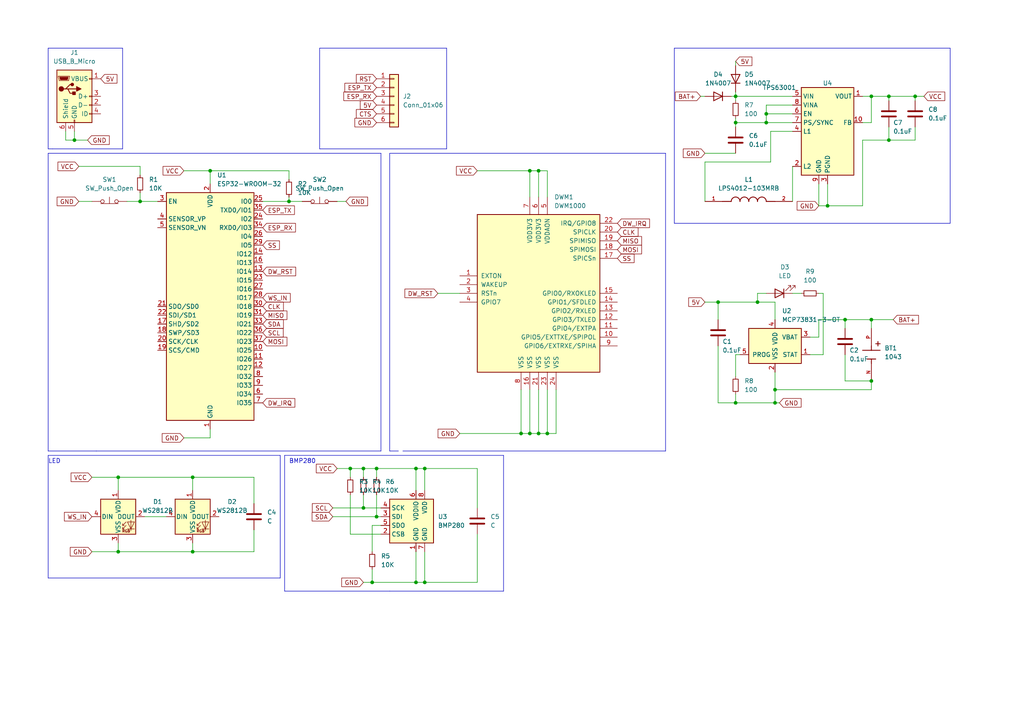
<source format=kicad_sch>
(kicad_sch (version 20230121) (generator eeschema)
  (paper "A4")
  (lib_symbols
    (symbol "18650:1043" (pin_names (offset 1.016))
      (property "Reference" "BT" (at -3.81 3.81 0))
      (property "Value" "1043" (at -3.81 -5.08 0))
      (symbol "1043_0_0"
        (polyline (pts (xy -3.81 1.905) (xy -2.54 1.905)) (stroke (width 0.254)))
        (polyline (pts (xy -3.175 2.54) (xy -3.175 1.27)) (stroke (width 0.254)))
        (polyline (pts (xy -1.27 0) (xy -2.54 0)) (stroke (width 0.254)))
        (polyline (pts (xy -1.27 0) (xy -1.27 -2.54)) (stroke (width 0.254)))
        (polyline (pts (xy -1.27 2.54) (xy -1.27 0)) (stroke (width 0.254)))
        (polyline (pts (xy 1.27 0) (xy 1.27 -1.27)) (stroke (width 0.254)))
        (polyline (pts (xy 1.27 0) (xy 2.54 0)) (stroke (width 0.254)))
        (polyline (pts (xy 1.27 1.27) (xy 1.27 0)) (stroke (width 0.254)))
        (pin passive line (at 7.62 0 180) (length 5.08) (name "~") (number "N"))
        (pin passive line (at -7.62 0 0) (length 5.08) (name "~") (number "P"))
      )
    )
    (symbol "Battery_Management:MCP73831-3-OT" (pin_names (offset 1.016))
      (property "Reference" "U" (at -7.62 6.35 0))
      (property "Value" "MCP73831-3-OT" (at 1.27 6.35 0))
      (symbol "MCP73831-3-OT_0_1"
        (rectangle (start -7.62 5.08) (end 7.62 -5.08) (stroke (width 0.254)) (fill (type background)))
      )
      (symbol "MCP73831-3-OT_1_1"
        (pin output line (at 10.16 -2.54 180) (length 2.54) (name "STAT") (number "1"))
        (pin power_in line (at 0 -7.62 90) (length 2.54) (name "VSS") (number "2"))
        (pin power_out line (at 10.16 2.54 180) (length 2.54) (name "VBAT") (number "3"))
        (pin power_in line (at 0 7.62 270) (length 2.54) (name "VDD") (number "4"))
        (pin input line (at -10.16 -2.54 0) (length 2.54) (name "PROG") (number "5"))
      )
    )
    (symbol "Connector:USB_B_Micro" (pin_names (offset 1.016))
      (property "Reference" "J" (at -5.08 11.43 0))
      (property "Value" "USB_B_Micro" (at -5.08 8.89 0))
      (symbol "USB_B_Micro_0_1"
        (rectangle (start -5.08 -7.62) (end 5.08 7.62) (stroke (width 0.254)) (fill (type background)))
        (circle (center -3.81 2.159) (radius 0.635) (stroke (width 0.254)) (fill (type outline)))
        (circle (center -0.635 3.429) (radius 0.381) (stroke (width 0.254)) (fill (type outline)))
        (rectangle (start -0.127 -7.62) (end 0.127 -6.858))
        (polyline (pts (xy -1.905 2.159) (xy 0.635 2.159)) (stroke (width 0.254)))
        (polyline (pts (xy -3.175 2.159) (xy -2.54 2.159) (xy -1.27 3.429) (xy -0.635 3.429)) (stroke (width 0.254)))
        (polyline (pts (xy -2.54 2.159) (xy -1.905 2.159) (xy -1.27 0.889) (xy 0 0.889)) (stroke (width 0.254)))
        (polyline (pts (xy 0.635 2.794) (xy 0.635 1.524) (xy 1.905 2.159) (xy 0.635 2.794)) (stroke (width 0.254)) (fill (type outline)))
        (polyline (pts (xy -4.318 5.588) (xy -1.778 5.588) (xy -2.032 4.826) (xy -4.064 4.826) (xy -4.318 5.588)) (fill (type outline)))
        (polyline (pts (xy -4.699 5.842) (xy -4.699 5.588) (xy -4.445 4.826) (xy -4.445 4.572) (xy -1.651 4.572) (xy -1.651 4.826) (xy -1.397 5.588) (xy -1.397 5.842) (xy -4.699 5.842)))
        (rectangle (start 0.254 1.27) (end -0.508 0.508) (stroke (width 0.254)) (fill (type outline)))
        (rectangle (start 5.08 -5.207) (end 4.318 -4.953))
        (rectangle (start 5.08 -2.667) (end 4.318 -2.413))
        (rectangle (start 5.08 -0.127) (end 4.318 0.127))
        (rectangle (start 5.08 4.953) (end 4.318 5.207))
      )
      (symbol "USB_B_Micro_1_1"
        (pin power_out line (at 7.62 5.08 180) (length 2.54) (name "VBUS") (number "1"))
        (pin bidirectional line (at 7.62 -2.54 180) (length 2.54) (name "D-") (number "2"))
        (pin bidirectional line (at 7.62 0 180) (length 2.54) (name "D+") (number "3"))
        (pin passive line (at 7.62 -5.08 180) (length 2.54) (name "ID") (number "4"))
        (pin power_out line (at 0 -10.16 90) (length 2.54) (name "GND") (number "5"))
        (pin passive line (at -2.54 -10.16 90) (length 2.54) (name "Shield") (number "6"))
      )
    )
    (symbol "Connector_Generic:Conn_01x06" (pin_names (offset 1.016) hide)
      (property "Reference" "J" (at 0 7.62 0))
      (property "Value" "Conn_01x06" (at 0 -10.16 0))
      (symbol "Conn_01x06_1_1"
        (rectangle (start -1.27 -7.493) (end 0 -7.747) (stroke (width 0.1524)))
        (rectangle (start -1.27 -4.953) (end 0 -5.207) (stroke (width 0.1524)))
        (rectangle (start -1.27 -2.413) (end 0 -2.667) (stroke (width 0.1524)))
        (rectangle (start -1.27 0.127) (end 0 -0.127) (stroke (width 0.1524)))
        (rectangle (start -1.27 2.667) (end 0 2.413) (stroke (width 0.1524)))
        (rectangle (start -1.27 5.207) (end 0 4.953) (stroke (width 0.1524)))
        (rectangle (start -1.27 6.35) (end 1.27 -8.89) (stroke (width 0.254)) (fill (type background)))
        (pin passive line (at -5.08 5.08 0) (length 3.81) (name "Pin_1") (number "1"))
        (pin passive line (at -5.08 2.54 0) (length 3.81) (name "Pin_2") (number "2"))
        (pin passive line (at -5.08 0 0) (length 3.81) (name "Pin_3") (number "3"))
        (pin passive line (at -5.08 -2.54 0) (length 3.81) (name "Pin_4") (number "4"))
        (pin passive line (at -5.08 -5.08 0) (length 3.81) (name "Pin_5") (number "5"))
        (pin passive line (at -5.08 -7.62 0) (length 3.81) (name "Pin_6") (number "6"))
      )
    )
    (symbol "Device:C" (pin_numbers hide) (pin_names (offset 0.254))
      (property "Reference" "C" (at 0.635 2.54 0))
      (property "Value" "C" (at 0.635 -2.54 0))
      (symbol "C_0_1"
        (polyline (pts (xy -2.032 -0.762) (xy 2.032 -0.762)) (stroke (width 0.508)))
        (polyline (pts (xy -2.032 0.762) (xy 2.032 0.762)) (stroke (width 0.508)))
      )
      (symbol "C_1_1"
        (pin passive line (at 0 3.81 270) (length 2.794) (name "~") (number "1"))
        (pin passive line (at 0 -3.81 90) (length 2.794) (name "~") (number "2"))
      )
    )
    (symbol "Device:LED" (pin_numbers hide) (pin_names (offset 1.016) hide)
      (property "Reference" "D" (at 0 2.54 0))
      (property "Value" "LED" (at 0 -2.54 0))
      (symbol "LED_0_1"
        (polyline (pts (xy -1.27 -1.27) (xy -1.27 1.27)) (stroke (width 0.254)))
        (polyline (pts (xy -1.27 0) (xy 1.27 0)))
        (polyline (pts (xy 1.27 -1.27) (xy 1.27 1.27) (xy -1.27 0) (xy 1.27 -1.27)) (stroke (width 0.254)))
        (polyline (pts (xy -3.048 -0.762) (xy -4.572 -2.286) (xy -3.81 -2.286) (xy -4.572 -2.286) (xy -4.572 -1.524)))
        (polyline (pts (xy -1.778 -0.762) (xy -3.302 -2.286) (xy -2.54 -2.286) (xy -3.302 -2.286) (xy -3.302 -1.524)))
      )
      (symbol "LED_1_1"
        (pin passive line (at -3.81 0 0) (length 2.54) (name "K") (number "1"))
        (pin passive line (at 3.81 0 180) (length 2.54) (name "A") (number "2"))
      )
    )
    (symbol "Device:R_Small" (pin_numbers hide) (pin_names (offset 0.254) hide)
      (property "Reference" "R" (at 0.762 0.508 0))
      (property "Value" "R_Small" (at 0.762 -1.016 0))
      (symbol "R_Small_0_1"
        (rectangle (start -0.762 1.778) (end 0.762 -1.778) (stroke (width 0.2032)))
      )
      (symbol "R_Small_1_1"
        (pin passive line (at 0 2.54 270) (length 0.762) (name "~") (number "1"))
        (pin passive line (at 0 -2.54 90) (length 0.762) (name "~") (number "2"))
      )
    )
    (symbol "Diode:1N4007" (pin_numbers hide) (pin_names (offset 1.016) hide)
      (property "Reference" "D" (at 0 2.54 0))
      (property "Value" "1N4007" (at 0 -2.54 0))
      (symbol "1N4007_0_1"
        (polyline (pts (xy -1.27 1.27) (xy -1.27 -1.27)) (stroke (width 0.254)))
        (polyline (pts (xy 1.27 0) (xy -1.27 0)))
        (polyline (pts (xy 1.27 1.27) (xy 1.27 -1.27) (xy -1.27 0) (xy 1.27 1.27)) (stroke (width 0.254)))
      )
      (symbol "1N4007_1_1"
        (pin passive line (at -3.81 0 0) (length 2.54) (name "K") (number "1"))
        (pin passive line (at 3.81 0 180) (length 2.54) (name "A") (number "2"))
      )
    )
    (symbol "LED:WS2812B" (pin_names (offset 0.254))
      (property "Reference" "D" (at 5.08 5.715 0))
      (property "Value" "WS2812B" (at 1.27 -5.715 0))
      (symbol "WS2812B_0_0"
        (text "RGB" (at 2.286 -4.191 0) (effects (font (size 0.762 0.762))))
      )
      (symbol "WS2812B_0_1"
        (polyline (pts (xy 1.27 -3.556) (xy 1.778 -3.556)))
        (polyline (pts (xy 1.27 -2.54) (xy 1.778 -2.54)))
        (polyline (pts (xy 4.699 -3.556) (xy 2.667 -3.556)))
        (polyline (pts (xy 2.286 -2.54) (xy 1.27 -3.556) (xy 1.27 -3.048)))
        (polyline (pts (xy 2.286 -1.524) (xy 1.27 -2.54) (xy 1.27 -2.032)))
        (polyline (pts (xy 3.683 -1.016) (xy 3.683 -3.556) (xy 3.683 -4.064)))
        (polyline (pts (xy 4.699 -1.524) (xy 2.667 -1.524) (xy 3.683 -3.556) (xy 4.699 -1.524)))
        (rectangle (start 5.08 5.08) (end -5.08 -5.08) (stroke (width 0.254)) (fill (type background)))
      )
      (symbol "WS2812B_1_1"
        (pin power_in line (at 0 7.62 270) (length 2.54) (name "VDD") (number "1"))
        (pin output line (at 7.62 0 180) (length 2.54) (name "DOUT") (number "2"))
        (pin power_in line (at 0 -7.62 90) (length 2.54) (name "VSS") (number "3"))
        (pin input line (at -7.62 0 0) (length 2.54) (name "DIN") (number "4"))
      )
    )
    (symbol "LPS4012:LPS4012-103MRB" (pin_names (offset 1.016))
      (property "Reference" "L" (at -10.16 7.62 0))
      (property "Value" "LPS4012-103MRB" (at -10.16 5.08 0))
      (symbol "LPS4012-103MRB_0_0"
        (arc (start -2.54 0) (mid -3.81 1.2645) (end -5.08 0) (stroke (width 0.254)))
        (arc (start 0 0) (mid -1.27 1.2645) (end -2.54 0) (stroke (width 0.254)))
        (polyline (pts (xy -5.08 0) (xy -7.62 0)) (stroke (width 0.254)))
        (polyline (pts (xy 5.08 0) (xy 7.62 0)) (stroke (width 0.254)))
        (arc (start 2.54 0) (mid 1.27 1.2645) (end 0 0) (stroke (width 0.254)))
        (arc (start 5.08 0) (mid 3.81 1.2645) (end 2.54 0) (stroke (width 0.254)))
        (pin passive line (at -12.7 0 0) (length 5.08) (name "~") (number "1"))
        (pin passive line (at 12.7 0 180) (length 5.08) (name "~") (number "2"))
      )
    )
    (symbol "RF_Module:DWM1000" (pin_names (offset 1.016))
      (property "Reference" "DWM" (at 7.62 25.4 0))
      (property "Value" "DWM1000" (at 1.27 3.81 0))
      (symbol "DWM1000_0_1"
        (rectangle (start 17.78 22.86) (end -17.78 -22.86) (stroke (width 0.254)) (fill (type background)))
      )
      (symbol "DWM1000_1_1"
        (pin output line (at -22.86 5.08 0) (length 5.08) (name "EXTON") (number "1"))
        (pin bidirectional line (at 22.86 -12.7 180) (length 5.08) (name "GPIO5/EXTTXE/SPIPOL") (number "10"))
        (pin bidirectional line (at 22.86 -10.16 180) (length 5.08) (name "GPIO4/EXTPA") (number "11"))
        (pin bidirectional line (at 22.86 -7.62 180) (length 5.08) (name "GPIO3/TXLED") (number "12"))
        (pin bidirectional line (at 22.86 -5.08 180) (length 5.08) (name "GPIO2/RXLED") (number "13"))
        (pin bidirectional line (at 22.86 -2.54 180) (length 5.08) (name "GPIO1/SFDLED") (number "14"))
        (pin bidirectional line (at 22.86 0 180) (length 5.08) (name "GPIO0/RXOKLED") (number "15"))
        (pin power_in line (at -2.54 -27.94 90) (length 5.08) (name "VSS") (number "16"))
        (pin input line (at 22.86 10.16 180) (length 5.08) (name "SPICSn") (number "17"))
        (pin input line (at 22.86 12.7 180) (length 5.08) (name "SPIMOSI") (number "18"))
        (pin output line (at 22.86 15.24 180) (length 5.08) (name "SPIMISO") (number "19"))
        (pin bidirectional line (at -22.86 2.54 0) (length 5.08) (name "WAKEUP") (number "2"))
        (pin input line (at 22.86 17.78 180) (length 5.08) (name "SPICLK") (number "20"))
        (pin power_in line (at 0 -27.94 90) (length 5.08) (name "VSS") (number "21"))
        (pin bidirectional line (at 22.86 20.32 180) (length 5.08) (name "IRQ/GPIO8") (number "22"))
        (pin power_in line (at 2.54 -27.94 90) (length 5.08) (name "VSS") (number "23"))
        (pin power_in line (at 5.08 -27.94 90) (length 5.08) (name "VSS") (number "24"))
        (pin bidirectional line (at -22.86 0 0) (length 5.08) (name "RSTn") (number "3"))
        (pin bidirectional line (at -22.86 -2.54 0) (length 5.08) (name "GPIO7") (number "4"))
        (pin power_in line (at 2.54 27.94 270) (length 5.08) (name "VDDAON") (number "5"))
        (pin power_in line (at 0 27.94 270) (length 5.08) (name "VDD3V3") (number "6"))
        (pin power_in line (at -2.54 27.94 270) (length 5.08) (name "VDD3V3") (number "7"))
        (pin power_in line (at -5.08 -27.94 90) (length 5.08) (name "VSS") (number "8"))
        (pin bidirectional line (at 22.86 -15.24 180) (length 5.08) (name "GPIO6/EXTRXE/SPIHA") (number "9"))
      )
    )
    (symbol "RF_Module:ESP32-WROOM-32"
      (property "Reference" "U" (at -12.7 34.29 0))
      (property "Value" "ESP32-WROOM-32" (at 1.27 34.29 0))
      (symbol "ESP32-WROOM-32_0_1"
        (rectangle (start -12.7 33.02) (end 12.7 -33.02) (stroke (width 0.254)) (fill (type background)))
      )
      (symbol "ESP32-WROOM-32_1_1"
        (pin power_in line (at 0 -35.56 90) (length 2.54) (name "GND") (number "1"))
        (pin bidirectional line (at 15.24 -12.7 180) (length 2.54) (name "IO25") (number "10"))
        (pin bidirectional line (at 15.24 -15.24 180) (length 2.54) (name "IO26") (number "11"))
        (pin bidirectional line (at 15.24 -17.78 180) (length 2.54) (name "IO27") (number "12"))
        (pin bidirectional line (at 15.24 10.16 180) (length 2.54) (name "IO14") (number "13"))
        (pin bidirectional line (at 15.24 15.24 180) (length 2.54) (name "IO12") (number "14"))
        (pin passive line (at 0 -35.56 90) (length 2.54) hide (name "GND") (number "15"))
        (pin bidirectional line (at 15.24 12.7 180) (length 2.54) (name "IO13") (number "16"))
        (pin bidirectional line (at -15.24 -5.08 0) (length 2.54) (name "SHD/SD2") (number "17"))
        (pin bidirectional line (at -15.24 -7.62 0) (length 2.54) (name "SWP/SD3") (number "18"))
        (pin bidirectional line (at -15.24 -12.7 0) (length 2.54) (name "SCS/CMD") (number "19"))
        (pin power_in line (at 0 35.56 270) (length 2.54) (name "VDD") (number "2"))
        (pin bidirectional line (at -15.24 -10.16 0) (length 2.54) (name "SCK/CLK") (number "20"))
        (pin bidirectional line (at -15.24 0 0) (length 2.54) (name "SDO/SD0") (number "21"))
        (pin bidirectional line (at -15.24 -2.54 0) (length 2.54) (name "SDI/SD1") (number "22"))
        (pin bidirectional line (at 15.24 7.62 180) (length 2.54) (name "IO15") (number "23"))
        (pin bidirectional line (at 15.24 25.4 180) (length 2.54) (name "IO2") (number "24"))
        (pin bidirectional line (at 15.24 30.48 180) (length 2.54) (name "IO0") (number "25"))
        (pin bidirectional line (at 15.24 20.32 180) (length 2.54) (name "IO4") (number "26"))
        (pin bidirectional line (at 15.24 5.08 180) (length 2.54) (name "IO16") (number "27"))
        (pin bidirectional line (at 15.24 2.54 180) (length 2.54) (name "IO17") (number "28"))
        (pin bidirectional line (at 15.24 17.78 180) (length 2.54) (name "IO5") (number "29"))
        (pin input line (at -15.24 30.48 0) (length 2.54) (name "EN") (number "3"))
        (pin bidirectional line (at 15.24 0 180) (length 2.54) (name "IO18") (number "30"))
        (pin bidirectional line (at 15.24 -2.54 180) (length 2.54) (name "IO19") (number "31"))
        (pin no_connect line (at -12.7 -27.94 0) (length 2.54) hide (name "NC") (number "32"))
        (pin bidirectional line (at 15.24 -5.08 180) (length 2.54) (name "IO21") (number "33"))
        (pin bidirectional line (at 15.24 22.86 180) (length 2.54) (name "RXD0/IO3") (number "34"))
        (pin bidirectional line (at 15.24 27.94 180) (length 2.54) (name "TXD0/IO1") (number "35"))
        (pin bidirectional line (at 15.24 -7.62 180) (length 2.54) (name "IO22") (number "36"))
        (pin bidirectional line (at 15.24 -10.16 180) (length 2.54) (name "IO23") (number "37"))
        (pin passive line (at 0 -35.56 90) (length 2.54) hide (name "GND") (number "38"))
        (pin passive line (at 0 -35.56 90) (length 2.54) hide (name "GND") (number "39"))
        (pin input line (at -15.24 25.4 0) (length 2.54) (name "SENSOR_VP") (number "4"))
        (pin input line (at -15.24 22.86 0) (length 2.54) (name "SENSOR_VN") (number "5"))
        (pin input line (at 15.24 -25.4 180) (length 2.54) (name "IO34") (number "6"))
        (pin input line (at 15.24 -27.94 180) (length 2.54) (name "IO35") (number "7"))
        (pin bidirectional line (at 15.24 -20.32 180) (length 2.54) (name "IO32") (number "8"))
        (pin bidirectional line (at 15.24 -22.86 180) (length 2.54) (name "IO33") (number "9"))
      )
    )
    (symbol "Regulator_Switching:TPS63000"
      (property "Reference" "U" (at -7.62 13.97 0))
      (property "Value" "TPS63000" (at 5.08 13.97 0))
      (symbol "TPS63000_0_1"
        (rectangle (start -7.62 12.7) (end 7.62 -12.7) (stroke (width 0.254)) (fill (type background)))
      )
      (symbol "TPS63000_1_1"
        (pin power_out line (at 10.16 10.16 180) (length 2.54) (name "VOUT") (number "1"))
        (pin input line (at 10.16 2.54 180) (length 2.54) (name "FB") (number "10"))
        (pin passive line (at 0 -15.24 90) (length 2.54) hide (name "PGND") (number "11"))
        (pin input line (at -10.16 -10.16 0) (length 2.54) (name "L2") (number "2"))
        (pin power_in line (at 0 -15.24 90) (length 2.54) (name "PGND") (number "3"))
        (pin input line (at -10.16 0 0) (length 2.54) (name "L1") (number "4"))
        (pin power_in line (at -10.16 10.16 0) (length 2.54) (name "VIN") (number "5"))
        (pin input line (at -10.16 5.08 0) (length 2.54) (name "EN") (number "6"))
        (pin input line (at -10.16 2.54 0) (length 2.54) (name "PS/SYNC") (number "7"))
        (pin power_in line (at -10.16 7.62 0) (length 2.54) (name "VINA") (number "8"))
        (pin power_in line (at -2.54 -15.24 90) (length 2.54) (name "GND") (number "9"))
      )
    )
    (symbol "Sensor_Pressure:BMP280"
      (property "Reference" "U" (at -7.62 10.16 0))
      (property "Value" "BMP280" (at 5.08 10.16 0))
      (symbol "BMP280_0_1"
        (rectangle (start -7.62 -5.08) (end 5.08 7.62) (stroke (width 0.254)) (fill (type background)))
      )
      (symbol "BMP280_1_1"
        (pin power_in line (at 0 -7.62 90) (length 2.54) (name "GND") (number "1"))
        (pin input line (at -10.16 -2.54 0) (length 2.54) (name "CSB") (number "2"))
        (pin bidirectional line (at -10.16 2.54 0) (length 2.54) (name "SDI") (number "3"))
        (pin input line (at -10.16 5.08 0) (length 2.54) (name "SCK") (number "4"))
        (pin bidirectional line (at -10.16 0 0) (length 2.54) (name "SDO") (number "5"))
        (pin power_in line (at 0 10.16 270) (length 2.54) (name "VDDIO") (number "6"))
        (pin power_in line (at 2.54 -7.62 90) (length 2.54) (name "GND") (number "7"))
        (pin power_in line (at 2.54 10.16 270) (length 2.54) (name "VDD") (number "8"))
      )
    )
    (symbol "Switch:SW_Push_Open" (pin_numbers hide) (pin_names (offset 1.016) hide)
      (property "Reference" "SW" (at 0 2.54 0))
      (property "Value" "SW_Push_Open" (at 0 -1.905 0))
      (symbol "SW_Push_Open_0_1"
        (circle (center -2.032 0) (radius 0.508))
        (polyline (pts (xy -2.54 -0.635) (xy 2.54 -0.635)))
        (polyline (pts (xy 0 -0.635) (xy 0 1.27)))
        (circle (center 2.032 0) (radius 0.508))
        (pin passive line (at -5.08 0 0) (length 2.54) (name "A") (number "1"))
      )
      (symbol "SW_Push_Open_1_1"
        (pin passive line (at 5.08 0 180) (length 2.54) (name "B") (number "2"))
      )
    )
  )
  (junction (at 123.19 135.89))
  (junction (at 257.81 27.94))
  (junction (at 101.6 135.89))
  (junction (at 252.73 27.94))
  (junction (at 156.21 125.73))
  (junction (at 120.65 135.89))
  (junction (at 55.88 160.02))
  (junction (at 151.13 125.73))
  (junction (at 240.03 59.69))
  (junction (at 213.36 116.84))
  (junction (at 120.65 168.91))
  (junction (at 153.67 125.73))
  (junction (at 107.95 168.91))
  (junction (at 219.71 87.63))
  (junction (at 252.73 110.49))
  (junction (at 208.28 87.63))
  (junction (at 252.73 92.71))
  (junction (at 83.82 58.42))
  (junction (at 213.36 35.56))
  (junction (at 224.79 113.03))
  (junction (at 224.79 116.84))
  (junction (at 257.81 40.64))
  (junction (at 156.21 49.53))
  (junction (at 153.67 49.53))
  (junction (at 60.96 49.53))
  (junction (at 40.64 58.42))
  (junction (at 55.88 138.43))
  (junction (at 34.29 160.02))
  (junction (at 265.43 27.94))
  (junction (at 245.11 92.71))
  (junction (at 109.22 135.89))
  (junction (at 222.25 33.02))
  (junction (at 105.41 135.89))
  (junction (at 213.36 27.94))
  (junction (at 109.22 149.86))
  (junction (at 21.59 40.64))
  (junction (at 158.75 125.73))
  (junction (at 34.29 138.43))
  (junction (at 105.41 147.32))
  (junction (at 123.19 168.91))
  (junction (at 222.25 35.56))
  (wire (pts (xy 208.28 116.84) (xy 208.28 100.33)))
  (polyline (pts (xy 13.97 44.45) (xy 13.97 130.81)))
  (wire (pts (xy 213.36 44.45) (xy 204.47 44.45)))
  (wire (pts (xy 213.36 26.67) (xy 213.36 27.94)))
  (polyline (pts (xy 13.97 132.08) (xy 81.28 132.08)))
  (wire (pts (xy 252.73 35.56) (xy 252.73 27.94)))
  (wire (pts (xy 73.66 153.67) (xy 73.66 160.02)))
  (wire (pts (xy 257.81 27.94) (xy 257.81 29.21)))
  (wire (pts (xy 238.76 85.09) (xy 238.76 102.87)))
  (wire (pts (xy 204.47 58.42) (xy 204.47 46.99)))
  (wire (pts (xy 213.36 35.56) (xy 213.36 36.83)))
  (wire (pts (xy 101.6 135.89) (xy 101.6 138.43)))
  (wire (pts (xy 226.06 116.84) (xy 224.79 116.84)))
  (wire (pts (xy 240.03 59.69) (xy 237.49 59.69)))
  (wire (pts (xy 158.75 57.15) (xy 158.75 49.53)))
  (wire (pts (xy 101.6 135.89) (xy 105.41 135.89)))
  (wire (pts (xy 40.64 55.88) (xy 40.64 58.42)))
  (polyline (pts (xy 275.59 13.97) (xy 275.59 64.77)))
  (wire (pts (xy 60.96 49.53) (xy 83.82 49.53)))
  (wire (pts (xy 34.29 138.43) (xy 26.67 138.43)))
  (wire (pts (xy 36.83 58.42) (xy 40.64 58.42)))
  (wire (pts (xy 34.29 160.02) (xy 26.67 160.02)))
  (polyline (pts (xy 113.03 171.45) (xy 146.05 171.45)))
  (wire (pts (xy 213.36 109.22) (xy 213.36 102.87)))
  (wire (pts (xy 223.52 46.99) (xy 223.52 38.1)))
  (wire (pts (xy 222.25 33.02) (xy 229.87 33.02)))
  (polyline (pts (xy 13.97 167.64) (xy 13.97 132.08)))
  (wire (pts (xy 109.22 135.89) (xy 120.65 135.89)))
  (wire (pts (xy 55.88 160.02) (xy 34.29 160.02)))
  (wire (pts (xy 123.19 168.91) (xy 120.65 168.91)))
  (polyline (pts (xy 27.94 130.81) (xy 110.49 130.81)))
  (wire (pts (xy 222.25 33.02) (xy 222.25 30.48)))
  (wire (pts (xy 212.09 27.94) (xy 213.36 27.94)))
  (wire (pts (xy 120.65 135.89) (xy 123.19 135.89)))
  (wire (pts (xy 257.81 36.83) (xy 257.81 40.64)))
  (wire (pts (xy 123.19 142.24) (xy 123.19 135.89)))
  (wire (pts (xy 73.66 138.43) (xy 55.88 138.43)))
  (wire (pts (xy 21.59 40.64) (xy 25.4 40.64)))
  (polyline (pts (xy 92.71 43.18) (xy 129.54 43.18)))
  (wire (pts (xy 34.29 142.24) (xy 34.29 138.43)))
  (wire (pts (xy 208.28 87.63) (xy 219.71 87.63)))
  (wire (pts (xy 252.73 92.71) (xy 259.08 92.71)))
  (polyline (pts (xy 13.97 13.97) (xy 13.97 43.18)))
  (wire (pts (xy 105.41 168.91) (xy 107.95 168.91)))
  (wire (pts (xy 224.79 113.03) (xy 224.79 107.95)))
  (polyline (pts (xy 92.71 13.97) (xy 129.54 13.97)))
  (wire (pts (xy 138.43 147.32) (xy 138.43 135.89)))
  (wire (pts (xy 237.49 53.34) (xy 237.49 59.69)))
  (polyline (pts (xy 81.28 167.64) (xy 13.97 167.64)))
  (wire (pts (xy 19.05 40.64) (xy 21.59 40.64)))
  (wire (pts (xy 222.25 35.56) (xy 229.87 35.56)))
  (wire (pts (xy 34.29 157.48) (xy 34.29 160.02)))
  (wire (pts (xy 245.11 92.71) (xy 245.11 95.25)))
  (wire (pts (xy 237.49 85.09) (xy 238.76 85.09)))
  (wire (pts (xy 213.36 34.29) (xy 213.36 35.56)))
  (wire (pts (xy 153.67 113.03) (xy 153.67 125.73)))
  (wire (pts (xy 105.41 135.89) (xy 105.41 138.43)))
  (wire (pts (xy 265.43 27.94) (xy 265.43 29.21)))
  (wire (pts (xy 53.34 127) (xy 60.96 127)))
  (wire (pts (xy 238.76 102.87) (xy 234.95 102.87)))
  (wire (pts (xy 110.49 154.94) (xy 101.6 154.94)))
  (polyline (pts (xy 195.58 64.77) (xy 195.58 13.97)))
  (wire (pts (xy 257.81 27.94) (xy 265.43 27.94)))
  (wire (pts (xy 120.65 160.02) (xy 120.65 168.91)))
  (wire (pts (xy 151.13 113.03) (xy 151.13 125.73)))
  (wire (pts (xy 229.87 48.26) (xy 229.87 58.42)))
  (wire (pts (xy 204.47 46.99) (xy 223.52 46.99)))
  (wire (pts (xy 96.52 149.86) (xy 109.22 149.86)))
  (wire (pts (xy 22.86 48.26) (xy 40.64 48.26)))
  (wire (pts (xy 204.47 87.63) (xy 208.28 87.63)))
  (wire (pts (xy 153.67 49.53) (xy 156.21 49.53)))
  (wire (pts (xy 83.82 49.53) (xy 83.82 52.07)))
  (polyline (pts (xy 110.49 44.45) (xy 13.97 44.45)))
  (wire (pts (xy 208.28 92.71) (xy 208.28 87.63)))
  (wire (pts (xy 213.36 116.84) (xy 208.28 116.84)))
  (wire (pts (xy 96.52 147.32) (xy 105.41 147.32)))
  (wire (pts (xy 107.95 152.4) (xy 107.95 160.02)))
  (wire (pts (xy 252.73 27.94) (xy 257.81 27.94)))
  (wire (pts (xy 257.81 40.64) (xy 250.19 40.64)))
  (wire (pts (xy 224.79 87.63) (xy 224.79 92.71)))
  (wire (pts (xy 222.25 85.09) (xy 219.71 85.09)))
  (wire (pts (xy 250.19 35.56) (xy 252.73 35.56)))
  (wire (pts (xy 110.49 152.4) (xy 107.95 152.4)))
  (polyline (pts (xy 82.55 171.45) (xy 113.03 171.45)))
  (polyline (pts (xy 110.49 130.81) (xy 110.49 44.45)))
  (wire (pts (xy 222.25 30.48) (xy 229.87 30.48)))
  (wire (pts (xy 223.52 38.1) (xy 229.87 38.1)))
  (wire (pts (xy 219.71 87.63) (xy 224.79 87.63)))
  (polyline (pts (xy 35.56 43.18) (xy 35.56 13.97)))
  (wire (pts (xy 153.67 125.73) (xy 156.21 125.73)))
  (wire (pts (xy 158.75 113.03) (xy 158.75 125.73)))
  (wire (pts (xy 237.49 92.71) (xy 245.11 92.71)))
  (polyline (pts (xy 35.56 13.97) (xy 13.97 13.97)))
  (polyline (pts (xy 113.03 44.45) (xy 113.03 130.81)))
  (polyline (pts (xy 146.05 132.08) (xy 82.55 132.08)))
  (wire (pts (xy 123.19 160.02) (xy 123.19 168.91)))
  (wire (pts (xy 127 85.09) (xy 133.35 85.09)))
  (wire (pts (xy 237.49 97.79) (xy 237.49 92.71)))
  (wire (pts (xy 21.59 38.1) (xy 21.59 40.64)))
  (wire (pts (xy 252.73 27.94) (xy 250.19 27.94)))
  (wire (pts (xy 156.21 125.73) (xy 158.75 125.73)))
  (wire (pts (xy 73.66 146.05) (xy 73.66 138.43)))
  (wire (pts (xy 213.36 35.56) (xy 222.25 35.56)))
  (wire (pts (xy 138.43 135.89) (xy 123.19 135.89)))
  (wire (pts (xy 105.41 143.51) (xy 105.41 147.32)))
  (wire (pts (xy 73.66 160.02) (xy 55.88 160.02)))
  (polyline (pts (xy 113.03 130.81) (xy 115.57 130.81)))
  (wire (pts (xy 153.67 49.53) (xy 153.67 57.15)))
  (wire (pts (xy 213.36 17.78) (xy 213.36 19.05)))
  (wire (pts (xy 252.73 113.03) (xy 224.79 113.03)))
  (wire (pts (xy 107.95 165.1) (xy 107.95 168.91)))
  (wire (pts (xy 156.21 49.53) (xy 158.75 49.53)))
  (wire (pts (xy 203.2 27.94) (xy 204.47 27.94)))
  (wire (pts (xy 109.22 135.89) (xy 109.22 138.43)))
  (polyline (pts (xy 195.58 13.97) (xy 275.59 13.97)))
  (polyline (pts (xy 129.54 43.18) (xy 129.54 13.97)))
  (wire (pts (xy 245.11 110.49) (xy 252.73 110.49)))
  (wire (pts (xy 245.11 92.71) (xy 252.73 92.71)))
  (polyline (pts (xy 13.97 130.81) (xy 27.94 130.81)))
  (wire (pts (xy 158.75 125.73) (xy 161.29 125.73)))
  (wire (pts (xy 156.21 49.53) (xy 156.21 57.15)))
  (wire (pts (xy 240.03 53.34) (xy 240.03 59.69)))
  (polyline (pts (xy 193.04 130.81) (xy 193.04 44.45)))
  (wire (pts (xy 55.88 157.48) (xy 55.88 160.02)))
  (wire (pts (xy 138.43 168.91) (xy 123.19 168.91)))
  (wire (pts (xy 22.86 58.42) (xy 26.67 58.42)))
  (wire (pts (xy 53.34 49.53) (xy 60.96 49.53)))
  (wire (pts (xy 97.79 135.89) (xy 101.6 135.89)))
  (wire (pts (xy 101.6 154.94) (xy 101.6 143.51)))
  (wire (pts (xy 55.88 138.43) (xy 34.29 138.43)))
  (polyline (pts (xy 116.84 130.81) (xy 193.04 130.81)))
  (polyline (pts (xy 195.58 64.77) (xy 275.59 64.77)))
  (polyline (pts (xy 81.28 132.08) (xy 81.28 167.64)))
  (wire (pts (xy 213.36 102.87) (xy 214.63 102.87)))
  (wire (pts (xy 265.43 27.94) (xy 267.97 27.94)))
  (wire (pts (xy 83.82 57.15) (xy 83.82 58.42)))
  (polyline (pts (xy 82.55 132.08) (xy 82.55 171.45)))
  (wire (pts (xy 40.64 58.42) (xy 45.72 58.42)))
  (wire (pts (xy 83.82 58.42) (xy 87.63 58.42)))
  (wire (pts (xy 161.29 113.03) (xy 161.29 125.73)))
  (polyline (pts (xy 92.71 13.97) (xy 92.71 43.18)))
  (wire (pts (xy 120.65 135.89) (xy 120.65 142.24)))
  (wire (pts (xy 265.43 40.64) (xy 257.81 40.64)))
  (wire (pts (xy 250.19 59.69) (xy 240.03 59.69)))
  (wire (pts (xy 213.36 27.94) (xy 229.87 27.94)))
  (wire (pts (xy 245.11 102.87) (xy 245.11 110.49)))
  (polyline (pts (xy 146.05 171.45) (xy 146.05 132.08)))
  (wire (pts (xy 19.05 38.1) (xy 19.05 40.64)))
  (wire (pts (xy 138.43 154.94) (xy 138.43 168.91)))
  (wire (pts (xy 224.79 116.84) (xy 224.79 113.03)))
  (wire (pts (xy 213.36 116.84) (xy 224.79 116.84)))
  (wire (pts (xy 151.13 125.73) (xy 153.67 125.73)))
  (wire (pts (xy 105.41 135.89) (xy 109.22 135.89)))
  (wire (pts (xy 213.36 114.3) (xy 213.36 116.84)))
  (wire (pts (xy 156.21 113.03) (xy 156.21 125.73)))
  (wire (pts (xy 229.87 85.09) (xy 232.41 85.09)))
  (polyline (pts (xy 15.24 43.18) (xy 35.56 43.18)))
  (wire (pts (xy 109.22 143.51) (xy 109.22 149.86)))
  (wire (pts (xy 252.73 110.49) (xy 252.73 113.03)))
  (wire (pts (xy 138.43 49.53) (xy 153.67 49.53)))
  (wire (pts (xy 60.96 53.34) (xy 60.96 49.53)))
  (wire (pts (xy 252.73 92.71) (xy 252.73 95.25)))
  (wire (pts (xy 109.22 149.86) (xy 110.49 149.86)))
  (wire (pts (xy 76.2 58.42) (xy 83.82 58.42)))
  (wire (pts (xy 55.88 142.24) (xy 55.88 138.43)))
  (wire (pts (xy 213.36 27.94) (xy 213.36 29.21)))
  (wire (pts (xy 133.35 125.73) (xy 151.13 125.73)))
  (wire (pts (xy 234.95 97.79) (xy 237.49 97.79)))
  (wire (pts (xy 40.64 50.8) (xy 40.64 48.26)))
  (wire (pts (xy 60.96 124.46) (xy 60.96 127)))
  (wire (pts (xy 41.91 149.86) (xy 48.26 149.86)))
  (wire (pts (xy 97.79 58.42) (xy 100.33 58.42)))
  (wire (pts (xy 265.43 36.83) (xy 265.43 40.64)))
  (wire (pts (xy 250.19 40.64) (xy 250.19 59.69)))
  (wire (pts (xy 107.95 168.91) (xy 120.65 168.91)))
  (wire (pts (xy 222.25 35.56) (xy 222.25 33.02)))
  (polyline (pts (xy 193.04 44.45) (xy 113.03 44.45)))
  (wire (pts (xy 105.41 147.32) (xy 110.49 147.32)))
  (wire (pts (xy 219.71 85.09) (xy 219.71 87.63)))
  (polyline (pts (xy 13.97 43.18) (xy 15.24 43.18)))
  (text "LED\n" (at 13.97 134.62 0) (effects (font (size 1.27 1.27)) (justify left bottom)))
  (text "BMP280\n" (at 83.82 134.62 0) (effects (font (size 1.27 1.27)) (justify left bottom)))
  (global_label "GND" (shape input) (at 105.41 168.91 180) (property "Intersheetrefs" "${INTERSHEET_REFS}" (effects hide)))
  (global_label "DW_IRQ" (shape input) (at 179.07 64.77 0) (property "Intersheetrefs" "${INTERSHEET_REFS}" (effects hide)))
  (global_label "GND" (shape input) (at 22.86 58.42 180) (property "Intersheetrefs" "${INTERSHEET_REFS}" (effects hide)))
  (global_label "RST" (shape input) (at 109.22 22.86 180) (property "Intersheetrefs" "${INTERSHEET_REFS}" (effects hide)))
  (global_label "5V" (shape input) (at 204.47 87.63 180) (property "Intersheetrefs" "${INTERSHEET_REFS}" (effects hide)))
  (global_label "DW_RST" (shape input) (at 76.2 78.74 0) (property "Intersheetrefs" "${INTERSHEET_REFS}" (effects hide)))
  (global_label "VCC" (shape input) (at 267.97 27.94 0) (property "Intersheetrefs" "${INTERSHEET_REFS}" (effects hide)))
  (global_label "VCC" (shape input) (at 26.67 138.43 180) (property "Intersheetrefs" "${INTERSHEET_REFS}" (effects hide)))
  (global_label "BAT+" (shape input) (at 203.2 27.94 180) (property "Intersheetrefs" "${INTERSHEET_REFS}" (effects hide)))
  (global_label "CLK" (shape input) (at 179.07 67.31 0) (property "Intersheetrefs" "${INTERSHEET_REFS}" (effects hide)))
  (global_label "VCC" (shape input) (at 22.86 48.26 180) (property "Intersheetrefs" "${INTERSHEET_REFS}" (effects hide)))
  (global_label "SCL" (shape input) (at 96.52 147.32 180) (property "Intersheetrefs" "${INTERSHEET_REFS}" (effects hide)))
  (global_label "GND" (shape input) (at 109.22 35.56 180) (property "Intersheetrefs" "${INTERSHEET_REFS}" (effects hide)))
  (global_label "VCC" (shape input) (at 53.34 49.53 180) (property "Intersheetrefs" "${INTERSHEET_REFS}" (effects hide)))
  (global_label "ESP_RX" (shape input) (at 109.22 27.94 180) (property "Intersheetrefs" "${INTERSHEET_REFS}" (effects hide)))
  (global_label "GND" (shape input) (at 25.4 40.64 0) (property "Intersheetrefs" "${INTERSHEET_REFS}" (effects hide)))
  (global_label "ESP_TX" (shape input) (at 109.22 25.4 180) (property "Intersheetrefs" "${INTERSHEET_REFS}" (effects hide)))
  (global_label "MISO" (shape input) (at 179.07 69.85 0) (property "Intersheetrefs" "${INTERSHEET_REFS}" (effects hide)))
  (global_label "DW_RST" (shape input) (at 127 85.09 180) (property "Intersheetrefs" "${INTERSHEET_REFS}" (effects hide)))
  (global_label "SDA" (shape input) (at 96.52 149.86 180) (property "Intersheetrefs" "${INTERSHEET_REFS}" (effects hide)))
  (global_label "ESP_RX" (shape input) (at 76.2 66.04 0) (property "Intersheetrefs" "${INTERSHEET_REFS}" (effects hide)))
  (global_label "WS_IN" (shape input) (at 26.67 149.86 180) (property "Intersheetrefs" "${INTERSHEET_REFS}" (effects hide)))
  (global_label "CTS" (shape input) (at 109.22 33.02 180) (property "Intersheetrefs" "${INTERSHEET_REFS}" (effects hide)))
  (global_label "5V" (shape input) (at 213.36 17.78 0) (property "Intersheetrefs" "${INTERSHEET_REFS}" (effects hide)))
  (global_label "DW_IRQ" (shape input) (at 76.2 116.84 0) (property "Intersheetrefs" "${INTERSHEET_REFS}" (effects hide)))
  (global_label "CLK" (shape input) (at 76.2 88.9 0) (property "Intersheetrefs" "${INTERSHEET_REFS}" (effects hide)))
  (global_label "GND" (shape input) (at 26.67 160.02 180) (property "Intersheetrefs" "${INTERSHEET_REFS}" (effects hide)))
  (global_label "SCL" (shape input) (at 76.2 96.52 0) (property "Intersheetrefs" "${INTERSHEET_REFS}" (effects hide)))
  (global_label "MOSI" (shape input) (at 179.07 72.39 0) (property "Intersheetrefs" "${INTERSHEET_REFS}" (effects hide)))
  (global_label "MOSI" (shape input) (at 76.2 99.06 0) (property "Intersheetrefs" "${INTERSHEET_REFS}" (effects hide)))
  (global_label "VCC" (shape input) (at 97.79 135.89 180) (property "Intersheetrefs" "${INTERSHEET_REFS}" (effects hide)))
  (global_label "GND" (shape input) (at 204.47 44.45 180) (property "Intersheetrefs" "${INTERSHEET_REFS}" (effects hide)))
  (global_label "ESP_TX" (shape input) (at 76.2 60.96 0) (property "Intersheetrefs" "${INTERSHEET_REFS}" (effects hide)))
  (global_label "VCC" (shape input) (at 138.43 49.53 180) (property "Intersheetrefs" "${INTERSHEET_REFS}" (effects hide)))
  (global_label "GND" (shape input) (at 53.34 127 180) (property "Intersheetrefs" "${INTERSHEET_REFS}" (effects hide)))
  (global_label "SDA" (shape input) (at 76.2 93.98 0) (property "Intersheetrefs" "${INTERSHEET_REFS}" (effects hide)))
  (global_label "5V" (shape input) (at 109.22 30.48 180) (property "Intersheetrefs" "${INTERSHEET_REFS}" (effects hide)))
  (global_label "SS" (shape input) (at 76.2 71.12 0) (property "Intersheetrefs" "${INTERSHEET_REFS}" (effects hide)))
  (global_label "GND" (shape input) (at 100.33 58.42 0) (property "Intersheetrefs" "${INTERSHEET_REFS}" (effects hide)))
  (global_label "GND" (shape input) (at 237.49 59.69 180) (property "Intersheetrefs" "${INTERSHEET_REFS}" (effects hide)))
  (global_label "GND" (shape input) (at 226.06 116.84 0) (property "Intersheetrefs" "${INTERSHEET_REFS}" (effects hide)))
  (global_label "SS" (shape input) (at 179.07 74.93 0) (property "Intersheetrefs" "${INTERSHEET_REFS}" (effects hide)))
  (global_label "WS_IN" (shape input) (at 76.2 86.36 0) (property "Intersheetrefs" "${INTERSHEET_REFS}" (effects hide)))
  (global_label "5V" (shape input) (at 29.21 22.86 0) (property "Intersheetrefs" "${INTERSHEET_REFS}" (effects hide)))
  (global_label "GND" (shape input) (at 133.35 125.73 180) (property "Intersheetrefs" "${INTERSHEET_REFS}" (effects hide)))
  (global_label "MISO" (shape input) (at 76.2 91.44 0) (property "Intersheetrefs" "${INTERSHEET_REFS}" (effects hide)))
  (global_label "BAT+" (shape input) (at 259.08 92.71 0) (property "Intersheetrefs" "${INTERSHEET_REFS}" (effects hide)))
  (symbol (lib_id "Device:C") (at 213.36 40.64 0) (unit 1)
    (property "Reference" "C6" (at 217.17 39.3699 0) (effects (justify left)))
    (property "Value" "0.1uF" (at 217.17 41.9099 0) (effects (justify left)))
    (property "Footprint" "Capacitor_SMD:C_0603_1608Metric" (effects hide))
  )
  (symbol (lib_id "Switch:SW_Push_Open") (at 31.75 58.42 0) (unit 1)
    (property "Reference" "SW1" (at 31.75 52.07 0))
    (property "Value" "SW_Push_Open" (at 31.75 54.61 0))
    (property "Footprint" "Button_Switch_SMD:SW_SPST_CK_RS282G05A3" (effects hide))
  )
  (symbol (lib_id "RF_Module:ESP32-WROOM-32") (at 60.96 88.9 0) (unit 1)
    (property "Reference" "U1" (at 62.9794 50.8 0) (effects (justify left)))
    (property "Value" "ESP32-WROOM-32" (at 62.9794 53.34 0) (effects (justify left)))
    (property "Footprint" "RF_Module:ESP32-WROOM-32" (effects hide))
    (property "Datasheet" "https://www.espressif.com/sites/default/files/documentation/esp32-wroom-32_datasheet_en.pdf" (effects hide))
  )
  (symbol (lib_id "Connector_Generic:Conn_01x06") (at 114.3 27.94 0) (unit 1)
    (property "Reference" "J2" (at 116.84 27.9399 0) (effects (justify left)))
    (property "Value" "Conn_01x06" (at 116.84 30.4799 0) (effects (justify left)))
    (property "Footprint" "Connector_PinHeader_2.54mm:PinHeader_1x06_P2.54mm_Vertical" (effects hide))
  )
  (symbol (lib_id "Device:C") (at 257.81 33.02 0) (unit 1)
    (property "Reference" "C7" (at 259.08 35.56 0) (effects (justify left)))
    (property "Value" "0.1uF" (at 259.08 38.1 0) (effects (justify left)))
    (property "Footprint" "Capacitor_SMD:C_0603_1608Metric" (effects hide))
  )
  (symbol (lib_id "LED:WS2812B") (at 55.88 149.86 0) (unit 1)
    (property "Reference" "D2" (at 67.31 145.5293 0))
    (property "Value" "WS2812B" (at 67.31 148.0693 0))
    (property "Footprint" "LED_SMD:LED_WS2812B_PLCC4_5.0x5.0mm_P3.2mm" (effects hide))
    (property "Datasheet" "https://cdn-shop.adafruit.com/datasheets/WS2812B.pdf" (effects hide))
  )
  (symbol (lib_id "Device:R_Small") (at 40.64 53.34 0) (unit 1)
    (property "Reference" "R1" (at 43.18 52.0699 0) (effects (justify left)))
    (property "Value" "10K" (at 43.18 54.6099 0) (effects (justify left)))
    (property "Footprint" "Resistor_SMD:R_0603_1608Metric" (effects hide))
  )
  (symbol (lib_id "Battery_Management:MCP73831-3-OT") (at 224.79 100.33 0) (unit 1)
    (property "Reference" "U2" (at 226.8094 90.17 0) (effects (justify left)))
    (property "Value" "MCP73831-3-OT" (at 226.8094 92.71 0) (effects (justify left)))
    (property "Footprint" "Package_TO_SOT_SMD:SOT-23-5" (effects hide))
    (property "Datasheet" "http://ww1.microchip.com/downloads/en/DeviceDoc/20001984g.pdf" (effects hide))
  )
  (symbol (lib_id "Device:C") (at 138.43 151.13 0) (unit 1)
    (property "Reference" "C5" (at 142.24 149.8599 0) (effects (justify left)))
    (property "Value" "C" (at 142.24 152.3999 0) (effects (justify left)))
    (property "Footprint" "Capacitor_SMD:C_0603_1608Metric" (effects hide))
  )
  (symbol (lib_id "Device:R_Small") (at 105.41 140.97 0) (unit 1)
    (property "Reference" "R4" (at 107.95 139.6999 0) (effects (justify left)))
    (property "Value" "10K" (at 107.95 142.2399 0) (effects (justify left)))
    (property "Footprint" "Resistor_SMD:R_0603_1608Metric" (effects hide))
  )
  (symbol (lib_id "RF_Module:DWM1000") (at 156.21 85.09 0) (unit 1)
    (property "Reference" "DWM1" (at 160.7694 57.15 0) (effects (justify left)))
    (property "Value" "DWM1000" (at 160.7694 59.69 0) (effects (justify left)))
    (property "Footprint" "RF_Module:DWM1000" (effects hide))
    (property "Datasheet" "https://www.decawave.com/sites/default/files/resources/dwm1000-datasheet-v1.3.pdf" (effects hide))
  )
  (symbol (lib_id "Connector:USB_B_Micro") (at 21.59 27.94 0) (unit 1)
    (property "Reference" "J1" (at 21.59 15.24 0))
    (property "Value" "USB_B_Micro" (at 21.59 17.78 0))
    (property "Footprint" "Connector_USB:USB_Micro-B_Molex-105017-0001" (effects hide))
  )
  (symbol (lib_id "Device:C") (at 265.43 33.02 0) (unit 1)
    (property "Reference" "C8" (at 269.24 31.7499 0) (effects (justify left)))
    (property "Value" "0.1uF" (at 269.24 34.2899 0) (effects (justify left)))
    (property "Footprint" "Capacitor_SMD:C_0603_1608Metric" (effects hide))
  )
  (symbol (lib_id "Device:C") (at 208.28 96.52 0) (unit 1)
    (property "Reference" "C1" (at 209.55 99.06 0) (effects (justify left)))
    (property "Value" "0.1uF" (at 209.55 101.6 0) (effects (justify left)))
    (property "Footprint" "Capacitor_SMD:C_0603_1608Metric" (effects hide))
  )
  (symbol (lib_id "Device:LED") (at 226.06 85.09 180) (unit 1)
    (property "Reference" "D3" (at 227.6475 77.47 0))
    (property "Value" "LED" (at 227.6475 80.01 0))
    (property "Footprint" "LED_SMD:LED_0603_1608Metric" (effects hide))
  )
  (symbol (lib_id "Device:R_Small") (at 213.36 111.76 0) (unit 1)
    (property "Reference" "R8" (at 215.9 110.4899 0) (effects (justify left)))
    (property "Value" "100" (at 215.9 113.0299 0) (effects (justify left)))
    (property "Footprint" "Resistor_SMD:R_0603_1608Metric" (effects hide))
  )
  (symbol (lib_id "Device:C") (at 73.66 149.86 0) (unit 1)
    (property "Reference" "C4" (at 77.47 148.5899 0) (effects (justify left)))
    (property "Value" "C" (at 77.47 151.1299 0) (effects (justify left)))
    (property "Footprint" "Capacitor_SMD:C_0603_1608Metric" (effects hide))
  )
  (symbol (lib_id "Diode:1N4007") (at 208.28 27.94 180) (unit 1)
    (property "Reference" "D4" (at 208.28 21.59 0))
    (property "Value" "1N4007" (at 208.28 24.13 0))
    (property "Footprint" "Diode_SMD:Nexperia_CFP3_SOD-123W" (effects hide))
    (property "Datasheet" "http://www.vishay.com/docs/88503/1n4001.pdf" (effects hide))
  )
  (symbol (lib_id "Switch:SW_Push_Open") (at 92.71 58.42 0) (unit 1)
    (property "Reference" "SW2" (at 92.71 52.07 0))
    (property "Value" "SW_Push_Open" (at 92.71 54.61 0))
    (property "Footprint" "Button_Switch_SMD:SW_SPST_CK_RS282G05A3" (effects hide))
  )
  (symbol (lib_id "18650:1043") (at 252.73 102.87 270) (unit 1)
    (property "Reference" "BT1" (at 256.54 100.9649 90) (effects (justify left)))
    (property "Value" "1043" (at 256.54 103.5049 90) (effects (justify left)))
    (property "Footprint" "18650:BAT_1043" (effects hide))
    (property "STANDARD" "Manufacturer Recommendations" (effects hide))
    (property "MANUFACTURER" "Keystone" (effects hide))
    (property "MAXIMUM_PACKAGE_HEIGHT" "14.86mm" (effects hide))
    (property "PARTREV" "H" (effects hide))
  )
  (symbol (lib_id "Sensor_Pressure:BMP280") (at 120.65 152.4 0) (unit 1)
    (property "Reference" "U3" (at 127 149.8599 0) (effects (justify left)))
    (property "Value" "BMP280" (at 127 152.3999 0) (effects (justify left)))
    (property "Footprint" "Package_LGA:Bosch_LGA-8_2x2.5mm_P0.65mm_ClockwisePinNumbering" (effects hide))
    (property "Datasheet" "https://ae-bst.resource.bosch.com/media/_tech/media/datasheets/BST-BMP280-DS001.pdf" (effects hide))
  )
  (symbol (lib_id "Device:R_Small") (at 83.82 54.61 0) (unit 1)
    (property "Reference" "R2" (at 86.36 53.3399 0) (effects (justify left)))
    (property "Value" "10K" (at 86.36 55.8799 0) (effects (justify left)))
    (property "Footprint" "Resistor_SMD:R_0603_1608Metric" (effects hide))
  )
  (symbol (lib_id "Diode:1N4007") (at 213.36 22.86 90) (unit 1)
    (property "Reference" "D5" (at 215.9 21.59 90) (effects (justify right)))
    (property "Value" "1N4007" (at 215.9 24.13 90) (effects (justify right)))
    (property "Footprint" "Diode_SMD:Nexperia_CFP3_SOD-123W" (effects hide))
    (property "Datasheet" "http://www.vishay.com/docs/88503/1n4001.pdf" (effects hide))
  )
  (symbol (lib_id "Device:R_Small") (at 109.22 140.97 0) (unit 1)
    (property "Reference" "R6" (at 111.76 139.6999 0) (effects (justify left)))
    (property "Value" "10K" (at 111.76 142.2399 0) (effects (justify left)))
    (property "Footprint" "Resistor_SMD:R_0603_1608Metric" (effects hide))
  )
  (symbol (lib_id "Device:C") (at 245.11 99.06 0) (unit 1)
    (property "Reference" "C2" (at 246.38 101.6 0) (effects (justify left)))
    (property "Value" "0.1uF" (at 246.38 104.14 0) (effects (justify left)))
    (property "Footprint" "Capacitor_SMD:C_0603_1608Metric" (effects hide))
  )
  (symbol (lib_id "Device:R_Small") (at 234.95 85.09 90) (unit 1)
    (property "Reference" "R9" (at 234.95 78.74 90))
    (property "Value" "100" (at 234.95 81.28 90))
    (property "Footprint" "Resistor_SMD:R_0603_1608Metric" (effects hide))
  )
  (symbol (lib_id "Device:R_Small") (at 107.95 162.56 0) (unit 1)
    (property "Reference" "R5" (at 110.49 161.2899 0) (effects (justify left)))
    (property "Value" "10K" (at 110.49 163.8299 0) (effects (justify left)))
    (property "Footprint" "Resistor_SMD:R_0603_1608Metric" (effects hide))
  )
  (symbol (lib_id "Device:R_Small") (at 101.6 140.97 0) (unit 1)
    (property "Reference" "R3" (at 104.14 139.6999 0) (effects (justify left)))
    (property "Value" "10K" (at 104.14 142.2399 0) (effects (justify left)))
    (property "Footprint" "Resistor_SMD:R_0603_1608Metric" (effects hide))
  )
  (symbol (lib_id "LED:WS2812B") (at 34.29 149.86 0) (unit 1)
    (property "Reference" "D1" (at 45.72 145.5293 0))
    (property "Value" "WS2812B" (at 45.72 148.0693 0))
    (property "Footprint" "LED_SMD:LED_WS2812B_PLCC4_5.0x5.0mm_P3.2mm" (effects hide))
    (property "Datasheet" "https://cdn-shop.adafruit.com/datasheets/WS2812B.pdf" (effects hide))
  )
  (symbol (lib_id "Device:R_Small") (at 213.36 31.75 0) (unit 1)
    (property "Reference" "R7" (at 215.9 30.4799 0) (effects (justify left)))
    (property "Value" "100" (at 215.9 33.0199 0) (effects (justify left)))
    (property "Footprint" "Resistor_SMD:R_0603_1608Metric" (effects hide))
  )
  (symbol (lib_id "Regulator_Switching:TPS63000") (at 240.03 38.1 0) (unit 1)
    (property "Reference" "U4" (at 240.03 24.13 0))
    (property "Value" "TPS63001" (at 226.06 25.4 0))
    (property "Footprint" "Package_SON:Texas_DRC0010J_ThermalVias" (effects hide))
    (property "Datasheet" "http://www.ti.com/lit/ds/symlink/tps63000.pdf" (effects hide))
  )
  (symbol (lib_id "LPS4012:LPS4012-103MRB") (at 217.17 58.42 0) (unit 1)
    (property "Reference" "L1" (at 217.17 52.07 0))
    (property "Value" "LPS4012-103MRB" (at 217.17 54.61 0))
    (property "Footprint" "LPS4012:IND_LPS4012-103MRB" (effects hide))
    (property "STANDARD" "Manufacturer Recommendations" (effects hide))
    (property "PARTREV" "08/01/13" (effects hide))
    (property "MANUFACTURER" "Coil Craft" (effects hide))
    (property "MAXIMUM_PACKAGE_HEIGHT" "1.2mm" (effects hide))
  )
)
</source>
